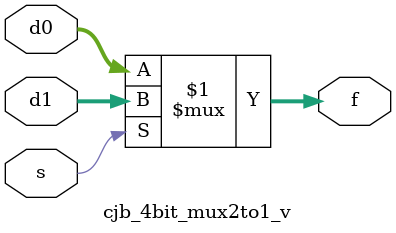
<source format=v>
module cjb_4bit_mux2to1_v (d1, d0, s, f);

input	[3:0] d1, d0;
input s;
output [3:0] f;

// Ternary operator conditional assignment

assign f = s ? d1 : d0; 

endmodule 
</source>
